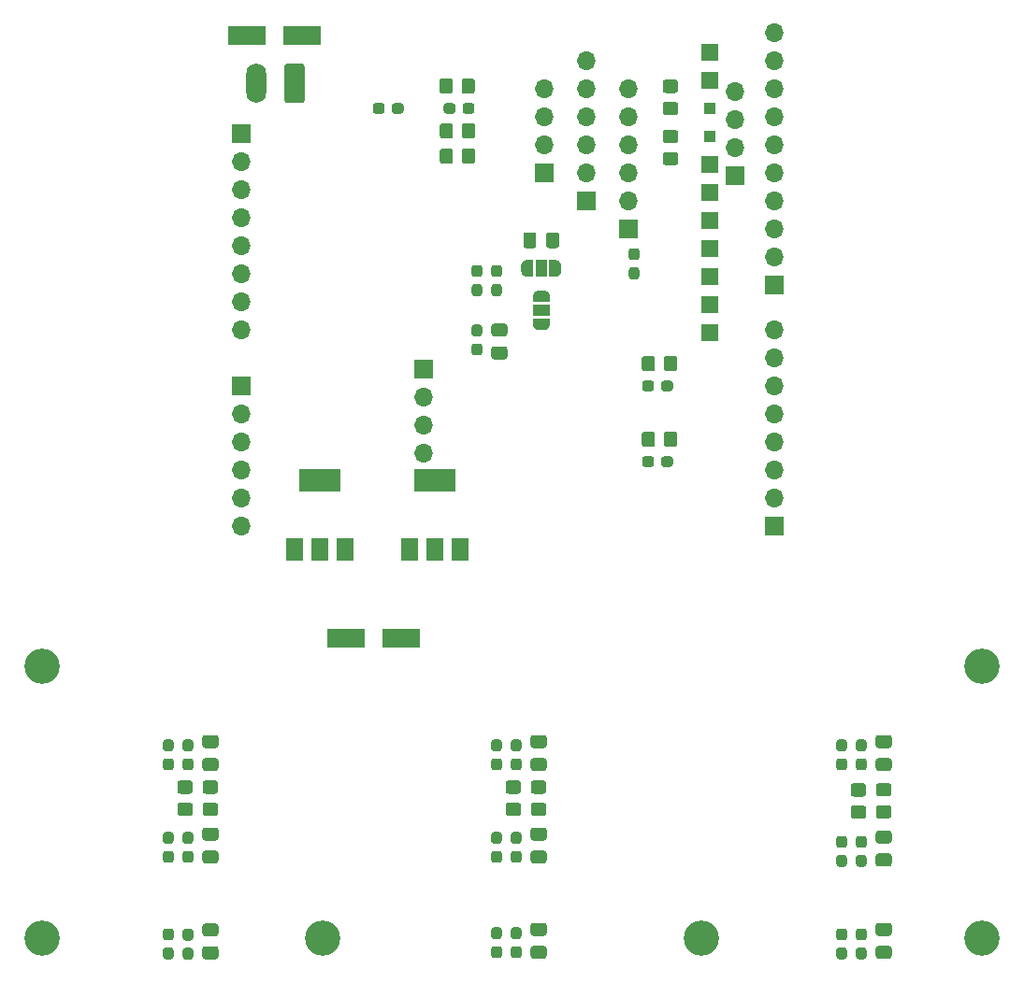
<source format=gbr>
%TF.GenerationSoftware,KiCad,Pcbnew,(5.1.10)-1*%
%TF.CreationDate,2022-02-25T11:21:27+01:00*%
%TF.ProjectId,GestureControl,47657374-7572-4654-936f-6e74726f6c2e,V0.1*%
%TF.SameCoordinates,Original*%
%TF.FileFunction,Soldermask,Bot*%
%TF.FilePolarity,Negative*%
%FSLAX46Y46*%
G04 Gerber Fmt 4.6, Leading zero omitted, Abs format (unit mm)*
G04 Created by KiCad (PCBNEW (5.1.10)-1) date 2022-02-25 11:21:27*
%MOMM*%
%LPD*%
G01*
G04 APERTURE LIST*
%ADD10C,3.200000*%
%ADD11O,1.700000X1.700000*%
%ADD12R,1.700000X1.700000*%
%ADD13R,1.500000X2.000000*%
%ADD14R,3.800000X2.000000*%
%ADD15R,1.000000X1.000000*%
%ADD16R,1.000000X1.500000*%
%ADD17C,0.100000*%
%ADD18R,1.500000X1.000000*%
%ADD19R,1.500000X1.500000*%
%ADD20O,1.800000X3.600000*%
%ADD21R,3.500000X1.800000*%
G04 APERTURE END LIST*
%TO.C,C52*%
G36*
G01*
X116856500Y-128875500D02*
X117331500Y-128875500D01*
G75*
G02*
X117569000Y-129113000I0J-237500D01*
G01*
X117569000Y-129713000D01*
G75*
G02*
X117331500Y-129950500I-237500J0D01*
G01*
X116856500Y-129950500D01*
G75*
G02*
X116619000Y-129713000I0J237500D01*
G01*
X116619000Y-129113000D01*
G75*
G02*
X116856500Y-128875500I237500J0D01*
G01*
G37*
G36*
G01*
X116856500Y-127150500D02*
X117331500Y-127150500D01*
G75*
G02*
X117569000Y-127388000I0J-237500D01*
G01*
X117569000Y-127988000D01*
G75*
G02*
X117331500Y-128225500I-237500J0D01*
G01*
X116856500Y-128225500D01*
G75*
G02*
X116619000Y-127988000I0J237500D01*
G01*
X116619000Y-127388000D01*
G75*
G02*
X116856500Y-127150500I237500J0D01*
G01*
G37*
%TD*%
%TO.C,C51*%
G36*
G01*
X116856500Y-111730500D02*
X117331500Y-111730500D01*
G75*
G02*
X117569000Y-111968000I0J-237500D01*
G01*
X117569000Y-112568000D01*
G75*
G02*
X117331500Y-112805500I-237500J0D01*
G01*
X116856500Y-112805500D01*
G75*
G02*
X116619000Y-112568000I0J237500D01*
G01*
X116619000Y-111968000D01*
G75*
G02*
X116856500Y-111730500I237500J0D01*
G01*
G37*
G36*
G01*
X116856500Y-110005500D02*
X117331500Y-110005500D01*
G75*
G02*
X117569000Y-110243000I0J-237500D01*
G01*
X117569000Y-110843000D01*
G75*
G02*
X117331500Y-111080500I-237500J0D01*
G01*
X116856500Y-111080500D01*
G75*
G02*
X116619000Y-110843000I0J237500D01*
G01*
X116619000Y-110243000D01*
G75*
G02*
X116856500Y-110005500I237500J0D01*
G01*
G37*
%TD*%
%TO.C,C50*%
G36*
G01*
X176038500Y-128849000D02*
X176513500Y-128849000D01*
G75*
G02*
X176751000Y-129086500I0J-237500D01*
G01*
X176751000Y-129686500D01*
G75*
G02*
X176513500Y-129924000I-237500J0D01*
G01*
X176038500Y-129924000D01*
G75*
G02*
X175801000Y-129686500I0J237500D01*
G01*
X175801000Y-129086500D01*
G75*
G02*
X176038500Y-128849000I237500J0D01*
G01*
G37*
G36*
G01*
X176038500Y-127124000D02*
X176513500Y-127124000D01*
G75*
G02*
X176751000Y-127361500I0J-237500D01*
G01*
X176751000Y-127961500D01*
G75*
G02*
X176513500Y-128199000I-237500J0D01*
G01*
X176038500Y-128199000D01*
G75*
G02*
X175801000Y-127961500I0J237500D01*
G01*
X175801000Y-127361500D01*
G75*
G02*
X176038500Y-127124000I237500J0D01*
G01*
G37*
%TD*%
%TO.C,C49*%
G36*
G01*
X177816500Y-111730500D02*
X178291500Y-111730500D01*
G75*
G02*
X178529000Y-111968000I0J-237500D01*
G01*
X178529000Y-112568000D01*
G75*
G02*
X178291500Y-112805500I-237500J0D01*
G01*
X177816500Y-112805500D01*
G75*
G02*
X177579000Y-112568000I0J237500D01*
G01*
X177579000Y-111968000D01*
G75*
G02*
X177816500Y-111730500I237500J0D01*
G01*
G37*
G36*
G01*
X177816500Y-110005500D02*
X178291500Y-110005500D01*
G75*
G02*
X178529000Y-110243000I0J-237500D01*
G01*
X178529000Y-110843000D01*
G75*
G02*
X178291500Y-111080500I-237500J0D01*
G01*
X177816500Y-111080500D01*
G75*
G02*
X177579000Y-110843000I0J237500D01*
G01*
X177579000Y-110243000D01*
G75*
G02*
X177816500Y-110005500I237500J0D01*
G01*
G37*
%TD*%
%TO.C,C48*%
G36*
G01*
X144796500Y-128748500D02*
X145271500Y-128748500D01*
G75*
G02*
X145509000Y-128986000I0J-237500D01*
G01*
X145509000Y-129586000D01*
G75*
G02*
X145271500Y-129823500I-237500J0D01*
G01*
X144796500Y-129823500D01*
G75*
G02*
X144559000Y-129586000I0J237500D01*
G01*
X144559000Y-128986000D01*
G75*
G02*
X144796500Y-128748500I237500J0D01*
G01*
G37*
G36*
G01*
X144796500Y-127023500D02*
X145271500Y-127023500D01*
G75*
G02*
X145509000Y-127261000I0J-237500D01*
G01*
X145509000Y-127861000D01*
G75*
G02*
X145271500Y-128098500I-237500J0D01*
G01*
X144796500Y-128098500D01*
G75*
G02*
X144559000Y-127861000I0J237500D01*
G01*
X144559000Y-127261000D01*
G75*
G02*
X144796500Y-127023500I237500J0D01*
G01*
G37*
%TD*%
%TO.C,C47*%
G36*
G01*
X144796500Y-111730500D02*
X145271500Y-111730500D01*
G75*
G02*
X145509000Y-111968000I0J-237500D01*
G01*
X145509000Y-112568000D01*
G75*
G02*
X145271500Y-112805500I-237500J0D01*
G01*
X144796500Y-112805500D01*
G75*
G02*
X144559000Y-112568000I0J237500D01*
G01*
X144559000Y-111968000D01*
G75*
G02*
X144796500Y-111730500I237500J0D01*
G01*
G37*
G36*
G01*
X144796500Y-110005500D02*
X145271500Y-110005500D01*
G75*
G02*
X145509000Y-110243000I0J-237500D01*
G01*
X145509000Y-110843000D01*
G75*
G02*
X145271500Y-111080500I-237500J0D01*
G01*
X144796500Y-111080500D01*
G75*
G02*
X144559000Y-110843000I0J237500D01*
G01*
X144559000Y-110243000D01*
G75*
G02*
X144796500Y-110005500I237500J0D01*
G01*
G37*
%TD*%
%TO.C,C46*%
G36*
G01*
X118651000Y-111680500D02*
X119601000Y-111680500D01*
G75*
G02*
X119851000Y-111930500I0J-250000D01*
G01*
X119851000Y-112605500D01*
G75*
G02*
X119601000Y-112855500I-250000J0D01*
G01*
X118651000Y-112855500D01*
G75*
G02*
X118401000Y-112605500I0J250000D01*
G01*
X118401000Y-111930500D01*
G75*
G02*
X118651000Y-111680500I250000J0D01*
G01*
G37*
G36*
G01*
X118651000Y-109605500D02*
X119601000Y-109605500D01*
G75*
G02*
X119851000Y-109855500I0J-250000D01*
G01*
X119851000Y-110530500D01*
G75*
G02*
X119601000Y-110780500I-250000J0D01*
G01*
X118651000Y-110780500D01*
G75*
G02*
X118401000Y-110530500I0J250000D01*
G01*
X118401000Y-109855500D01*
G75*
G02*
X118651000Y-109605500I250000J0D01*
G01*
G37*
%TD*%
%TO.C,C45*%
G36*
G01*
X118651000Y-128741500D02*
X119601000Y-128741500D01*
G75*
G02*
X119851000Y-128991500I0J-250000D01*
G01*
X119851000Y-129666500D01*
G75*
G02*
X119601000Y-129916500I-250000J0D01*
G01*
X118651000Y-129916500D01*
G75*
G02*
X118401000Y-129666500I0J250000D01*
G01*
X118401000Y-128991500D01*
G75*
G02*
X118651000Y-128741500I250000J0D01*
G01*
G37*
G36*
G01*
X118651000Y-126666500D02*
X119601000Y-126666500D01*
G75*
G02*
X119851000Y-126916500I0J-250000D01*
G01*
X119851000Y-127591500D01*
G75*
G02*
X119601000Y-127841500I-250000J0D01*
G01*
X118651000Y-127841500D01*
G75*
G02*
X118401000Y-127591500I0J250000D01*
G01*
X118401000Y-126916500D01*
G75*
G02*
X118651000Y-126666500I250000J0D01*
G01*
G37*
%TD*%
%TO.C,C44*%
G36*
G01*
X115078500Y-111730500D02*
X115553500Y-111730500D01*
G75*
G02*
X115791000Y-111968000I0J-237500D01*
G01*
X115791000Y-112568000D01*
G75*
G02*
X115553500Y-112805500I-237500J0D01*
G01*
X115078500Y-112805500D01*
G75*
G02*
X114841000Y-112568000I0J237500D01*
G01*
X114841000Y-111968000D01*
G75*
G02*
X115078500Y-111730500I237500J0D01*
G01*
G37*
G36*
G01*
X115078500Y-110005500D02*
X115553500Y-110005500D01*
G75*
G02*
X115791000Y-110243000I0J-237500D01*
G01*
X115791000Y-110843000D01*
G75*
G02*
X115553500Y-111080500I-237500J0D01*
G01*
X115078500Y-111080500D01*
G75*
G02*
X114841000Y-110843000I0J237500D01*
G01*
X114841000Y-110243000D01*
G75*
G02*
X115078500Y-110005500I237500J0D01*
G01*
G37*
%TD*%
%TO.C,C43*%
G36*
G01*
X115078500Y-128849000D02*
X115553500Y-128849000D01*
G75*
G02*
X115791000Y-129086500I0J-237500D01*
G01*
X115791000Y-129686500D01*
G75*
G02*
X115553500Y-129924000I-237500J0D01*
G01*
X115078500Y-129924000D01*
G75*
G02*
X114841000Y-129686500I0J237500D01*
G01*
X114841000Y-129086500D01*
G75*
G02*
X115078500Y-128849000I237500J0D01*
G01*
G37*
G36*
G01*
X115078500Y-127124000D02*
X115553500Y-127124000D01*
G75*
G02*
X115791000Y-127361500I0J-237500D01*
G01*
X115791000Y-127961500D01*
G75*
G02*
X115553500Y-128199000I-237500J0D01*
G01*
X115078500Y-128199000D01*
G75*
G02*
X114841000Y-127961500I0J237500D01*
G01*
X114841000Y-127361500D01*
G75*
G02*
X115078500Y-127124000I237500J0D01*
G01*
G37*
%TD*%
%TO.C,C42*%
G36*
G01*
X179611000Y-111680500D02*
X180561000Y-111680500D01*
G75*
G02*
X180811000Y-111930500I0J-250000D01*
G01*
X180811000Y-112605500D01*
G75*
G02*
X180561000Y-112855500I-250000J0D01*
G01*
X179611000Y-112855500D01*
G75*
G02*
X179361000Y-112605500I0J250000D01*
G01*
X179361000Y-111930500D01*
G75*
G02*
X179611000Y-111680500I250000J0D01*
G01*
G37*
G36*
G01*
X179611000Y-109605500D02*
X180561000Y-109605500D01*
G75*
G02*
X180811000Y-109855500I0J-250000D01*
G01*
X180811000Y-110530500D01*
G75*
G02*
X180561000Y-110780500I-250000J0D01*
G01*
X179611000Y-110780500D01*
G75*
G02*
X179361000Y-110530500I0J250000D01*
G01*
X179361000Y-109855500D01*
G75*
G02*
X179611000Y-109605500I250000J0D01*
G01*
G37*
%TD*%
%TO.C,C41*%
G36*
G01*
X179611000Y-128698500D02*
X180561000Y-128698500D01*
G75*
G02*
X180811000Y-128948500I0J-250000D01*
G01*
X180811000Y-129623500D01*
G75*
G02*
X180561000Y-129873500I-250000J0D01*
G01*
X179611000Y-129873500D01*
G75*
G02*
X179361000Y-129623500I0J250000D01*
G01*
X179361000Y-128948500D01*
G75*
G02*
X179611000Y-128698500I250000J0D01*
G01*
G37*
G36*
G01*
X179611000Y-126623500D02*
X180561000Y-126623500D01*
G75*
G02*
X180811000Y-126873500I0J-250000D01*
G01*
X180811000Y-127548500D01*
G75*
G02*
X180561000Y-127798500I-250000J0D01*
G01*
X179611000Y-127798500D01*
G75*
G02*
X179361000Y-127548500I0J250000D01*
G01*
X179361000Y-126873500D01*
G75*
G02*
X179611000Y-126623500I250000J0D01*
G01*
G37*
%TD*%
%TO.C,C40*%
G36*
G01*
X176038500Y-111730500D02*
X176513500Y-111730500D01*
G75*
G02*
X176751000Y-111968000I0J-237500D01*
G01*
X176751000Y-112568000D01*
G75*
G02*
X176513500Y-112805500I-237500J0D01*
G01*
X176038500Y-112805500D01*
G75*
G02*
X175801000Y-112568000I0J237500D01*
G01*
X175801000Y-111968000D01*
G75*
G02*
X176038500Y-111730500I237500J0D01*
G01*
G37*
G36*
G01*
X176038500Y-110005500D02*
X176513500Y-110005500D01*
G75*
G02*
X176751000Y-110243000I0J-237500D01*
G01*
X176751000Y-110843000D01*
G75*
G02*
X176513500Y-111080500I-237500J0D01*
G01*
X176038500Y-111080500D01*
G75*
G02*
X175801000Y-110843000I0J237500D01*
G01*
X175801000Y-110243000D01*
G75*
G02*
X176038500Y-110005500I237500J0D01*
G01*
G37*
%TD*%
%TO.C,C39*%
G36*
G01*
X177816500Y-128849000D02*
X178291500Y-128849000D01*
G75*
G02*
X178529000Y-129086500I0J-237500D01*
G01*
X178529000Y-129686500D01*
G75*
G02*
X178291500Y-129924000I-237500J0D01*
G01*
X177816500Y-129924000D01*
G75*
G02*
X177579000Y-129686500I0J237500D01*
G01*
X177579000Y-129086500D01*
G75*
G02*
X177816500Y-128849000I237500J0D01*
G01*
G37*
G36*
G01*
X177816500Y-127124000D02*
X178291500Y-127124000D01*
G75*
G02*
X178529000Y-127361500I0J-237500D01*
G01*
X178529000Y-127961500D01*
G75*
G02*
X178291500Y-128199000I-237500J0D01*
G01*
X177816500Y-128199000D01*
G75*
G02*
X177579000Y-127961500I0J237500D01*
G01*
X177579000Y-127361500D01*
G75*
G02*
X177816500Y-127124000I237500J0D01*
G01*
G37*
%TD*%
%TO.C,C38*%
G36*
G01*
X148369000Y-128698500D02*
X149319000Y-128698500D01*
G75*
G02*
X149569000Y-128948500I0J-250000D01*
G01*
X149569000Y-129623500D01*
G75*
G02*
X149319000Y-129873500I-250000J0D01*
G01*
X148369000Y-129873500D01*
G75*
G02*
X148119000Y-129623500I0J250000D01*
G01*
X148119000Y-128948500D01*
G75*
G02*
X148369000Y-128698500I250000J0D01*
G01*
G37*
G36*
G01*
X148369000Y-126623500D02*
X149319000Y-126623500D01*
G75*
G02*
X149569000Y-126873500I0J-250000D01*
G01*
X149569000Y-127548500D01*
G75*
G02*
X149319000Y-127798500I-250000J0D01*
G01*
X148369000Y-127798500D01*
G75*
G02*
X148119000Y-127548500I0J250000D01*
G01*
X148119000Y-126873500D01*
G75*
G02*
X148369000Y-126623500I250000J0D01*
G01*
G37*
%TD*%
%TO.C,C37*%
G36*
G01*
X148369000Y-111680500D02*
X149319000Y-111680500D01*
G75*
G02*
X149569000Y-111930500I0J-250000D01*
G01*
X149569000Y-112605500D01*
G75*
G02*
X149319000Y-112855500I-250000J0D01*
G01*
X148369000Y-112855500D01*
G75*
G02*
X148119000Y-112605500I0J250000D01*
G01*
X148119000Y-111930500D01*
G75*
G02*
X148369000Y-111680500I250000J0D01*
G01*
G37*
G36*
G01*
X148369000Y-109605500D02*
X149319000Y-109605500D01*
G75*
G02*
X149569000Y-109855500I0J-250000D01*
G01*
X149569000Y-110530500D01*
G75*
G02*
X149319000Y-110780500I-250000J0D01*
G01*
X148369000Y-110780500D01*
G75*
G02*
X148119000Y-110530500I0J250000D01*
G01*
X148119000Y-109855500D01*
G75*
G02*
X148369000Y-109605500I250000J0D01*
G01*
G37*
%TD*%
%TO.C,C36*%
G36*
G01*
X146574500Y-128748500D02*
X147049500Y-128748500D01*
G75*
G02*
X147287000Y-128986000I0J-237500D01*
G01*
X147287000Y-129586000D01*
G75*
G02*
X147049500Y-129823500I-237500J0D01*
G01*
X146574500Y-129823500D01*
G75*
G02*
X146337000Y-129586000I0J237500D01*
G01*
X146337000Y-128986000D01*
G75*
G02*
X146574500Y-128748500I237500J0D01*
G01*
G37*
G36*
G01*
X146574500Y-127023500D02*
X147049500Y-127023500D01*
G75*
G02*
X147287000Y-127261000I0J-237500D01*
G01*
X147287000Y-127861000D01*
G75*
G02*
X147049500Y-128098500I-237500J0D01*
G01*
X146574500Y-128098500D01*
G75*
G02*
X146337000Y-127861000I0J237500D01*
G01*
X146337000Y-127261000D01*
G75*
G02*
X146574500Y-127023500I237500J0D01*
G01*
G37*
%TD*%
%TO.C,C35*%
G36*
G01*
X146574500Y-111730500D02*
X147049500Y-111730500D01*
G75*
G02*
X147287000Y-111968000I0J-237500D01*
G01*
X147287000Y-112568000D01*
G75*
G02*
X147049500Y-112805500I-237500J0D01*
G01*
X146574500Y-112805500D01*
G75*
G02*
X146337000Y-112568000I0J237500D01*
G01*
X146337000Y-111968000D01*
G75*
G02*
X146574500Y-111730500I237500J0D01*
G01*
G37*
G36*
G01*
X146574500Y-110005500D02*
X147049500Y-110005500D01*
G75*
G02*
X147287000Y-110243000I0J-237500D01*
G01*
X147287000Y-110843000D01*
G75*
G02*
X147049500Y-111080500I-237500J0D01*
G01*
X146574500Y-111080500D01*
G75*
G02*
X146337000Y-110843000I0J237500D01*
G01*
X146337000Y-110243000D01*
G75*
G02*
X146574500Y-110005500I237500J0D01*
G01*
G37*
%TD*%
D10*
%TO.C,H5*%
X189013000Y-128016000D03*
%TD*%
D11*
%TO.C,J8*%
X153162000Y-48514000D03*
X153162000Y-51054000D03*
X153162000Y-53594000D03*
X153162000Y-56134000D03*
X153162000Y-58674000D03*
D12*
X153162000Y-61214000D03*
%TD*%
%TO.C,C10*%
G36*
G01*
X148369000Y-120062500D02*
X149319000Y-120062500D01*
G75*
G02*
X149569000Y-120312500I0J-250000D01*
G01*
X149569000Y-120987500D01*
G75*
G02*
X149319000Y-121237500I-250000J0D01*
G01*
X148369000Y-121237500D01*
G75*
G02*
X148119000Y-120987500I0J250000D01*
G01*
X148119000Y-120312500D01*
G75*
G02*
X148369000Y-120062500I250000J0D01*
G01*
G37*
G36*
G01*
X148369000Y-117987500D02*
X149319000Y-117987500D01*
G75*
G02*
X149569000Y-118237500I0J-250000D01*
G01*
X149569000Y-118912500D01*
G75*
G02*
X149319000Y-119162500I-250000J0D01*
G01*
X148369000Y-119162500D01*
G75*
G02*
X148119000Y-118912500I0J250000D01*
G01*
X148119000Y-118237500D01*
G75*
G02*
X148369000Y-117987500I250000J0D01*
G01*
G37*
%TD*%
D11*
%TO.C,J10*%
X166624000Y-51308000D03*
X166624000Y-53848000D03*
X166624000Y-56388000D03*
D12*
X166624000Y-58928000D03*
%TD*%
D11*
%TO.C,J7*%
X156972000Y-51054000D03*
X156972000Y-53594000D03*
X156972000Y-56134000D03*
X156972000Y-58674000D03*
X156972000Y-61214000D03*
D12*
X156972000Y-63754000D03*
%TD*%
D13*
%TO.C,U2*%
X131332000Y-92812000D03*
X126732000Y-92812000D03*
X129032000Y-92812000D03*
D14*
X129032000Y-86512000D03*
%TD*%
D13*
%TO.C,U1*%
X141746000Y-92812000D03*
X137146000Y-92812000D03*
X139446000Y-92812000D03*
D14*
X139446000Y-86512000D03*
%TD*%
D15*
%TO.C,TP2*%
X164338000Y-52832000D03*
%TD*%
%TO.C,TP1*%
X164338000Y-55372000D03*
%TD*%
%TO.C,R22*%
G36*
G01*
X160331999Y-52232000D02*
X161232001Y-52232000D01*
G75*
G02*
X161482000Y-52481999I0J-249999D01*
G01*
X161482000Y-53182001D01*
G75*
G02*
X161232001Y-53432000I-249999J0D01*
G01*
X160331999Y-53432000D01*
G75*
G02*
X160082000Y-53182001I0J249999D01*
G01*
X160082000Y-52481999D01*
G75*
G02*
X160331999Y-52232000I249999J0D01*
G01*
G37*
G36*
G01*
X160331999Y-50232000D02*
X161232001Y-50232000D01*
G75*
G02*
X161482000Y-50481999I0J-249999D01*
G01*
X161482000Y-51182001D01*
G75*
G02*
X161232001Y-51432000I-249999J0D01*
G01*
X160331999Y-51432000D01*
G75*
G02*
X160082000Y-51182001I0J249999D01*
G01*
X160082000Y-50481999D01*
G75*
G02*
X160331999Y-50232000I249999J0D01*
G01*
G37*
%TD*%
%TO.C,R21*%
G36*
G01*
X161232001Y-55972000D02*
X160331999Y-55972000D01*
G75*
G02*
X160082000Y-55722001I0J249999D01*
G01*
X160082000Y-55021999D01*
G75*
G02*
X160331999Y-54772000I249999J0D01*
G01*
X161232001Y-54772000D01*
G75*
G02*
X161482000Y-55021999I0J-249999D01*
G01*
X161482000Y-55722001D01*
G75*
G02*
X161232001Y-55972000I-249999J0D01*
G01*
G37*
G36*
G01*
X161232001Y-57972000D02*
X160331999Y-57972000D01*
G75*
G02*
X160082000Y-57722001I0J249999D01*
G01*
X160082000Y-57021999D01*
G75*
G02*
X160331999Y-56772000I249999J0D01*
G01*
X161232001Y-56772000D01*
G75*
G02*
X161482000Y-57021999I0J-249999D01*
G01*
X161482000Y-57722001D01*
G75*
G02*
X161232001Y-57972000I-249999J0D01*
G01*
G37*
%TD*%
%TO.C,R20*%
G36*
G01*
X141062000Y-50349999D02*
X141062000Y-51250001D01*
G75*
G02*
X140812001Y-51500000I-249999J0D01*
G01*
X140111999Y-51500000D01*
G75*
G02*
X139862000Y-51250001I0J249999D01*
G01*
X139862000Y-50349999D01*
G75*
G02*
X140111999Y-50100000I249999J0D01*
G01*
X140812001Y-50100000D01*
G75*
G02*
X141062000Y-50349999I0J-249999D01*
G01*
G37*
G36*
G01*
X143062000Y-50349999D02*
X143062000Y-51250001D01*
G75*
G02*
X142812001Y-51500000I-249999J0D01*
G01*
X142111999Y-51500000D01*
G75*
G02*
X141862000Y-51250001I0J249999D01*
G01*
X141862000Y-50349999D01*
G75*
G02*
X142111999Y-50100000I249999J0D01*
G01*
X142812001Y-50100000D01*
G75*
G02*
X143062000Y-50349999I0J-249999D01*
G01*
G37*
%TD*%
%TO.C,R11*%
G36*
G01*
X141894000Y-55314001D02*
X141894000Y-54413999D01*
G75*
G02*
X142143999Y-54164000I249999J0D01*
G01*
X142844001Y-54164000D01*
G75*
G02*
X143094000Y-54413999I0J-249999D01*
G01*
X143094000Y-55314001D01*
G75*
G02*
X142844001Y-55564000I-249999J0D01*
G01*
X142143999Y-55564000D01*
G75*
G02*
X141894000Y-55314001I0J249999D01*
G01*
G37*
G36*
G01*
X139894000Y-55314001D02*
X139894000Y-54413999D01*
G75*
G02*
X140143999Y-54164000I249999J0D01*
G01*
X140844001Y-54164000D01*
G75*
G02*
X141094000Y-54413999I0J-249999D01*
G01*
X141094000Y-55314001D01*
G75*
G02*
X140844001Y-55564000I-249999J0D01*
G01*
X140143999Y-55564000D01*
G75*
G02*
X139894000Y-55314001I0J249999D01*
G01*
G37*
%TD*%
%TO.C,R10*%
G36*
G01*
X141894000Y-57600001D02*
X141894000Y-56699999D01*
G75*
G02*
X142143999Y-56450000I249999J0D01*
G01*
X142844001Y-56450000D01*
G75*
G02*
X143094000Y-56699999I0J-249999D01*
G01*
X143094000Y-57600001D01*
G75*
G02*
X142844001Y-57850000I-249999J0D01*
G01*
X142143999Y-57850000D01*
G75*
G02*
X141894000Y-57600001I0J249999D01*
G01*
G37*
G36*
G01*
X139894000Y-57600001D02*
X139894000Y-56699999D01*
G75*
G02*
X140143999Y-56450000I249999J0D01*
G01*
X140844001Y-56450000D01*
G75*
G02*
X141094000Y-56699999I0J-249999D01*
G01*
X141094000Y-57600001D01*
G75*
G02*
X140844001Y-57850000I-249999J0D01*
G01*
X140143999Y-57850000D01*
G75*
G02*
X139894000Y-57600001I0J249999D01*
G01*
G37*
%TD*%
%TO.C,R9*%
G36*
G01*
X160182000Y-76396001D02*
X160182000Y-75495999D01*
G75*
G02*
X160431999Y-75246000I249999J0D01*
G01*
X161132001Y-75246000D01*
G75*
G02*
X161382000Y-75495999I0J-249999D01*
G01*
X161382000Y-76396001D01*
G75*
G02*
X161132001Y-76646000I-249999J0D01*
G01*
X160431999Y-76646000D01*
G75*
G02*
X160182000Y-76396001I0J249999D01*
G01*
G37*
G36*
G01*
X158182000Y-76396001D02*
X158182000Y-75495999D01*
G75*
G02*
X158431999Y-75246000I249999J0D01*
G01*
X159132001Y-75246000D01*
G75*
G02*
X159382000Y-75495999I0J-249999D01*
G01*
X159382000Y-76396001D01*
G75*
G02*
X159132001Y-76646000I-249999J0D01*
G01*
X158431999Y-76646000D01*
G75*
G02*
X158182000Y-76396001I0J249999D01*
G01*
G37*
%TD*%
%TO.C,R8*%
G36*
G01*
X160182000Y-83254001D02*
X160182000Y-82353999D01*
G75*
G02*
X160431999Y-82104000I249999J0D01*
G01*
X161132001Y-82104000D01*
G75*
G02*
X161382000Y-82353999I0J-249999D01*
G01*
X161382000Y-83254001D01*
G75*
G02*
X161132001Y-83504000I-249999J0D01*
G01*
X160431999Y-83504000D01*
G75*
G02*
X160182000Y-83254001I0J249999D01*
G01*
G37*
G36*
G01*
X158182000Y-83254001D02*
X158182000Y-82353999D01*
G75*
G02*
X158431999Y-82104000I249999J0D01*
G01*
X159132001Y-82104000D01*
G75*
G02*
X159382000Y-82353999I0J-249999D01*
G01*
X159382000Y-83254001D01*
G75*
G02*
X159132001Y-83504000I-249999J0D01*
G01*
X158431999Y-83504000D01*
G75*
G02*
X158182000Y-83254001I0J249999D01*
G01*
G37*
%TD*%
D16*
%TO.C,JP3*%
X149068000Y-67310000D03*
D17*
G36*
X150368000Y-66560602D02*
G01*
X150392534Y-66560602D01*
X150441365Y-66565412D01*
X150489490Y-66574984D01*
X150536445Y-66589228D01*
X150581778Y-66608005D01*
X150625051Y-66631136D01*
X150665850Y-66658396D01*
X150703779Y-66689524D01*
X150738476Y-66724221D01*
X150769604Y-66762150D01*
X150796864Y-66802949D01*
X150819995Y-66846222D01*
X150838772Y-66891555D01*
X150853016Y-66938510D01*
X150862588Y-66986635D01*
X150867398Y-67035466D01*
X150867398Y-67060000D01*
X150868000Y-67060000D01*
X150868000Y-67560000D01*
X150867398Y-67560000D01*
X150867398Y-67584534D01*
X150862588Y-67633365D01*
X150853016Y-67681490D01*
X150838772Y-67728445D01*
X150819995Y-67773778D01*
X150796864Y-67817051D01*
X150769604Y-67857850D01*
X150738476Y-67895779D01*
X150703779Y-67930476D01*
X150665850Y-67961604D01*
X150625051Y-67988864D01*
X150581778Y-68011995D01*
X150536445Y-68030772D01*
X150489490Y-68045016D01*
X150441365Y-68054588D01*
X150392534Y-68059398D01*
X150368000Y-68059398D01*
X150368000Y-68060000D01*
X149818000Y-68060000D01*
X149818000Y-66560000D01*
X150368000Y-66560000D01*
X150368000Y-66560602D01*
G37*
G36*
X148318000Y-68060000D02*
G01*
X147768000Y-68060000D01*
X147768000Y-68059398D01*
X147743466Y-68059398D01*
X147694635Y-68054588D01*
X147646510Y-68045016D01*
X147599555Y-68030772D01*
X147554222Y-68011995D01*
X147510949Y-67988864D01*
X147470150Y-67961604D01*
X147432221Y-67930476D01*
X147397524Y-67895779D01*
X147366396Y-67857850D01*
X147339136Y-67817051D01*
X147316005Y-67773778D01*
X147297228Y-67728445D01*
X147282984Y-67681490D01*
X147273412Y-67633365D01*
X147268602Y-67584534D01*
X147268602Y-67560000D01*
X147268000Y-67560000D01*
X147268000Y-67060000D01*
X147268602Y-67060000D01*
X147268602Y-67035466D01*
X147273412Y-66986635D01*
X147282984Y-66938510D01*
X147297228Y-66891555D01*
X147316005Y-66846222D01*
X147339136Y-66802949D01*
X147366396Y-66762150D01*
X147397524Y-66724221D01*
X147432221Y-66689524D01*
X147470150Y-66658396D01*
X147510949Y-66631136D01*
X147554222Y-66608005D01*
X147599555Y-66589228D01*
X147646510Y-66574984D01*
X147694635Y-66565412D01*
X147743466Y-66560602D01*
X147768000Y-66560602D01*
X147768000Y-66560000D01*
X148318000Y-66560000D01*
X148318000Y-68060000D01*
G37*
%TD*%
D18*
%TO.C,JP2*%
X149098000Y-71120000D03*
D17*
G36*
X148348602Y-69820000D02*
G01*
X148348602Y-69795466D01*
X148353412Y-69746635D01*
X148362984Y-69698510D01*
X148377228Y-69651555D01*
X148396005Y-69606222D01*
X148419136Y-69562949D01*
X148446396Y-69522150D01*
X148477524Y-69484221D01*
X148512221Y-69449524D01*
X148550150Y-69418396D01*
X148590949Y-69391136D01*
X148634222Y-69368005D01*
X148679555Y-69349228D01*
X148726510Y-69334984D01*
X148774635Y-69325412D01*
X148823466Y-69320602D01*
X148848000Y-69320602D01*
X148848000Y-69320000D01*
X149348000Y-69320000D01*
X149348000Y-69320602D01*
X149372534Y-69320602D01*
X149421365Y-69325412D01*
X149469490Y-69334984D01*
X149516445Y-69349228D01*
X149561778Y-69368005D01*
X149605051Y-69391136D01*
X149645850Y-69418396D01*
X149683779Y-69449524D01*
X149718476Y-69484221D01*
X149749604Y-69522150D01*
X149776864Y-69562949D01*
X149799995Y-69606222D01*
X149818772Y-69651555D01*
X149833016Y-69698510D01*
X149842588Y-69746635D01*
X149847398Y-69795466D01*
X149847398Y-69820000D01*
X149848000Y-69820000D01*
X149848000Y-70370000D01*
X148348000Y-70370000D01*
X148348000Y-69820000D01*
X148348602Y-69820000D01*
G37*
G36*
X149848000Y-71870000D02*
G01*
X149848000Y-72420000D01*
X149847398Y-72420000D01*
X149847398Y-72444534D01*
X149842588Y-72493365D01*
X149833016Y-72541490D01*
X149818772Y-72588445D01*
X149799995Y-72633778D01*
X149776864Y-72677051D01*
X149749604Y-72717850D01*
X149718476Y-72755779D01*
X149683779Y-72790476D01*
X149645850Y-72821604D01*
X149605051Y-72848864D01*
X149561778Y-72871995D01*
X149516445Y-72890772D01*
X149469490Y-72905016D01*
X149421365Y-72914588D01*
X149372534Y-72919398D01*
X149348000Y-72919398D01*
X149348000Y-72920000D01*
X148848000Y-72920000D01*
X148848000Y-72919398D01*
X148823466Y-72919398D01*
X148774635Y-72914588D01*
X148726510Y-72905016D01*
X148679555Y-72890772D01*
X148634222Y-72871995D01*
X148590949Y-72848864D01*
X148550150Y-72821604D01*
X148512221Y-72790476D01*
X148477524Y-72755779D01*
X148446396Y-72717850D01*
X148419136Y-72677051D01*
X148396005Y-72633778D01*
X148377228Y-72588445D01*
X148362984Y-72541490D01*
X148353412Y-72493365D01*
X148348602Y-72444534D01*
X148348602Y-72420000D01*
X148348000Y-72420000D01*
X148348000Y-71870000D01*
X149848000Y-71870000D01*
G37*
%TD*%
D19*
%TO.C,J19*%
X164338000Y-47752000D03*
%TD*%
%TO.C,J18*%
X164338000Y-50292000D03*
%TD*%
%TO.C,J17*%
X164338000Y-57912000D03*
%TD*%
%TO.C,J16*%
X164338000Y-60452000D03*
%TD*%
%TO.C,J15*%
X164338000Y-62992000D03*
%TD*%
%TO.C,J14*%
X164338000Y-65532000D03*
%TD*%
%TO.C,J13*%
X164338000Y-68072000D03*
%TD*%
%TO.C,J12*%
X164338000Y-70612000D03*
%TD*%
%TO.C,J11*%
X164338000Y-73152000D03*
%TD*%
D11*
%TO.C,J9*%
X138430000Y-84074000D03*
X138430000Y-81534000D03*
X138430000Y-78994000D03*
D12*
X138430000Y-76454000D03*
%TD*%
D20*
%TO.C,J2*%
X123246000Y-50546000D03*
G36*
G01*
X127646000Y-48996000D02*
X127646000Y-52096000D01*
G75*
G02*
X127396000Y-52346000I-250000J0D01*
G01*
X126096000Y-52346000D01*
G75*
G02*
X125846000Y-52096000I0J250000D01*
G01*
X125846000Y-48996000D01*
G75*
G02*
X126096000Y-48746000I250000J0D01*
G01*
X127396000Y-48746000D01*
G75*
G02*
X127646000Y-48996000I0J-250000D01*
G01*
G37*
%TD*%
D11*
%TO.C,J1*%
X149352000Y-51054000D03*
X149352000Y-53594000D03*
X149352000Y-56134000D03*
D12*
X149352000Y-58674000D03*
%TD*%
D10*
%TO.C,H4*%
X103886000Y-103378000D03*
%TD*%
%TO.C,H1*%
X188976000Y-103378000D03*
%TD*%
D21*
%TO.C,D7*%
X131398000Y-100838000D03*
X136398000Y-100838000D03*
%TD*%
%TO.C,D6*%
X122428000Y-46228000D03*
X127428000Y-46228000D03*
%TD*%
%TO.C,C33*%
G36*
G01*
X149526500Y-65245000D02*
X149526500Y-64295000D01*
G75*
G02*
X149776500Y-64045000I250000J0D01*
G01*
X150451500Y-64045000D01*
G75*
G02*
X150701500Y-64295000I0J-250000D01*
G01*
X150701500Y-65245000D01*
G75*
G02*
X150451500Y-65495000I-250000J0D01*
G01*
X149776500Y-65495000D01*
G75*
G02*
X149526500Y-65245000I0J250000D01*
G01*
G37*
G36*
G01*
X147451500Y-65245000D02*
X147451500Y-64295000D01*
G75*
G02*
X147701500Y-64045000I250000J0D01*
G01*
X148376500Y-64045000D01*
G75*
G02*
X148626500Y-64295000I0J-250000D01*
G01*
X148626500Y-65245000D01*
G75*
G02*
X148376500Y-65495000I-250000J0D01*
G01*
X147701500Y-65495000D01*
G75*
G02*
X147451500Y-65245000I0J250000D01*
G01*
G37*
%TD*%
%TO.C,C31*%
G36*
G01*
X144796500Y-68751500D02*
X145271500Y-68751500D01*
G75*
G02*
X145509000Y-68989000I0J-237500D01*
G01*
X145509000Y-69589000D01*
G75*
G02*
X145271500Y-69826500I-237500J0D01*
G01*
X144796500Y-69826500D01*
G75*
G02*
X144559000Y-69589000I0J237500D01*
G01*
X144559000Y-68989000D01*
G75*
G02*
X144796500Y-68751500I237500J0D01*
G01*
G37*
G36*
G01*
X144796500Y-67026500D02*
X145271500Y-67026500D01*
G75*
G02*
X145509000Y-67264000I0J-237500D01*
G01*
X145509000Y-67864000D01*
G75*
G02*
X145271500Y-68101500I-237500J0D01*
G01*
X144796500Y-68101500D01*
G75*
G02*
X144559000Y-67864000I0J237500D01*
G01*
X144559000Y-67264000D01*
G75*
G02*
X144796500Y-67026500I237500J0D01*
G01*
G37*
%TD*%
%TO.C,C30*%
G36*
G01*
X144813000Y-74385500D02*
X145763000Y-74385500D01*
G75*
G02*
X146013000Y-74635500I0J-250000D01*
G01*
X146013000Y-75310500D01*
G75*
G02*
X145763000Y-75560500I-250000J0D01*
G01*
X144813000Y-75560500D01*
G75*
G02*
X144563000Y-75310500I0J250000D01*
G01*
X144563000Y-74635500D01*
G75*
G02*
X144813000Y-74385500I250000J0D01*
G01*
G37*
G36*
G01*
X144813000Y-72310500D02*
X145763000Y-72310500D01*
G75*
G02*
X146013000Y-72560500I0J-250000D01*
G01*
X146013000Y-73235500D01*
G75*
G02*
X145763000Y-73485500I-250000J0D01*
G01*
X144813000Y-73485500D01*
G75*
G02*
X144563000Y-73235500I0J250000D01*
G01*
X144563000Y-72560500D01*
G75*
G02*
X144813000Y-72310500I250000J0D01*
G01*
G37*
%TD*%
%TO.C,C29*%
G36*
G01*
X157717500Y-66577500D02*
X157242500Y-66577500D01*
G75*
G02*
X157005000Y-66340000I0J237500D01*
G01*
X157005000Y-65740000D01*
G75*
G02*
X157242500Y-65502500I237500J0D01*
G01*
X157717500Y-65502500D01*
G75*
G02*
X157955000Y-65740000I0J-237500D01*
G01*
X157955000Y-66340000D01*
G75*
G02*
X157717500Y-66577500I-237500J0D01*
G01*
G37*
G36*
G01*
X157717500Y-68302500D02*
X157242500Y-68302500D01*
G75*
G02*
X157005000Y-68065000I0J237500D01*
G01*
X157005000Y-67465000D01*
G75*
G02*
X157242500Y-67227500I237500J0D01*
G01*
X157717500Y-67227500D01*
G75*
G02*
X157955000Y-67465000I0J-237500D01*
G01*
X157955000Y-68065000D01*
G75*
G02*
X157717500Y-68302500I-237500J0D01*
G01*
G37*
%TD*%
%TO.C,C28*%
G36*
G01*
X143018500Y-74138500D02*
X143493500Y-74138500D01*
G75*
G02*
X143731000Y-74376000I0J-237500D01*
G01*
X143731000Y-74976000D01*
G75*
G02*
X143493500Y-75213500I-237500J0D01*
G01*
X143018500Y-75213500D01*
G75*
G02*
X142781000Y-74976000I0J237500D01*
G01*
X142781000Y-74376000D01*
G75*
G02*
X143018500Y-74138500I237500J0D01*
G01*
G37*
G36*
G01*
X143018500Y-72413500D02*
X143493500Y-72413500D01*
G75*
G02*
X143731000Y-72651000I0J-237500D01*
G01*
X143731000Y-73251000D01*
G75*
G02*
X143493500Y-73488500I-237500J0D01*
G01*
X143018500Y-73488500D01*
G75*
G02*
X142781000Y-73251000I0J237500D01*
G01*
X142781000Y-72651000D01*
G75*
G02*
X143018500Y-72413500I237500J0D01*
G01*
G37*
%TD*%
%TO.C,C23*%
G36*
G01*
X143018500Y-68751500D02*
X143493500Y-68751500D01*
G75*
G02*
X143731000Y-68989000I0J-237500D01*
G01*
X143731000Y-69589000D01*
G75*
G02*
X143493500Y-69826500I-237500J0D01*
G01*
X143018500Y-69826500D01*
G75*
G02*
X142781000Y-69589000I0J237500D01*
G01*
X142781000Y-68989000D01*
G75*
G02*
X143018500Y-68751500I237500J0D01*
G01*
G37*
G36*
G01*
X143018500Y-67026500D02*
X143493500Y-67026500D01*
G75*
G02*
X143731000Y-67264000I0J-237500D01*
G01*
X143731000Y-67864000D01*
G75*
G02*
X143493500Y-68101500I-237500J0D01*
G01*
X143018500Y-68101500D01*
G75*
G02*
X142781000Y-67864000I0J237500D01*
G01*
X142781000Y-67264000D01*
G75*
G02*
X143018500Y-67026500I237500J0D01*
G01*
G37*
%TD*%
%TO.C,C21*%
G36*
G01*
X134903500Y-52594500D02*
X134903500Y-53069500D01*
G75*
G02*
X134666000Y-53307000I-237500J0D01*
G01*
X134066000Y-53307000D01*
G75*
G02*
X133828500Y-53069500I0J237500D01*
G01*
X133828500Y-52594500D01*
G75*
G02*
X134066000Y-52357000I237500J0D01*
G01*
X134666000Y-52357000D01*
G75*
G02*
X134903500Y-52594500I0J-237500D01*
G01*
G37*
G36*
G01*
X136628500Y-52594500D02*
X136628500Y-53069500D01*
G75*
G02*
X136391000Y-53307000I-237500J0D01*
G01*
X135791000Y-53307000D01*
G75*
G02*
X135553500Y-53069500I0J237500D01*
G01*
X135553500Y-52594500D01*
G75*
G02*
X135791000Y-52357000I237500J0D01*
G01*
X136391000Y-52357000D01*
G75*
G02*
X136628500Y-52594500I0J-237500D01*
G01*
G37*
%TD*%
%TO.C,C20*%
G36*
G01*
X141306500Y-52594500D02*
X141306500Y-53069500D01*
G75*
G02*
X141069000Y-53307000I-237500J0D01*
G01*
X140469000Y-53307000D01*
G75*
G02*
X140231500Y-53069500I0J237500D01*
G01*
X140231500Y-52594500D01*
G75*
G02*
X140469000Y-52357000I237500J0D01*
G01*
X141069000Y-52357000D01*
G75*
G02*
X141306500Y-52594500I0J-237500D01*
G01*
G37*
G36*
G01*
X143031500Y-52594500D02*
X143031500Y-53069500D01*
G75*
G02*
X142794000Y-53307000I-237500J0D01*
G01*
X142194000Y-53307000D01*
G75*
G02*
X141956500Y-53069500I0J237500D01*
G01*
X141956500Y-52594500D01*
G75*
G02*
X142194000Y-52357000I237500J0D01*
G01*
X142794000Y-52357000D01*
G75*
G02*
X143031500Y-52594500I0J-237500D01*
G01*
G37*
%TD*%
%TO.C,C2*%
G36*
G01*
X159287500Y-77740500D02*
X159287500Y-78215500D01*
G75*
G02*
X159050000Y-78453000I-237500J0D01*
G01*
X158450000Y-78453000D01*
G75*
G02*
X158212500Y-78215500I0J237500D01*
G01*
X158212500Y-77740500D01*
G75*
G02*
X158450000Y-77503000I237500J0D01*
G01*
X159050000Y-77503000D01*
G75*
G02*
X159287500Y-77740500I0J-237500D01*
G01*
G37*
G36*
G01*
X161012500Y-77740500D02*
X161012500Y-78215500D01*
G75*
G02*
X160775000Y-78453000I-237500J0D01*
G01*
X160175000Y-78453000D01*
G75*
G02*
X159937500Y-78215500I0J237500D01*
G01*
X159937500Y-77740500D01*
G75*
G02*
X160175000Y-77503000I237500J0D01*
G01*
X160775000Y-77503000D01*
G75*
G02*
X161012500Y-77740500I0J-237500D01*
G01*
G37*
%TD*%
%TO.C,C1*%
G36*
G01*
X159287500Y-84598500D02*
X159287500Y-85073500D01*
G75*
G02*
X159050000Y-85311000I-237500J0D01*
G01*
X158450000Y-85311000D01*
G75*
G02*
X158212500Y-85073500I0J237500D01*
G01*
X158212500Y-84598500D01*
G75*
G02*
X158450000Y-84361000I237500J0D01*
G01*
X159050000Y-84361000D01*
G75*
G02*
X159287500Y-84598500I0J-237500D01*
G01*
G37*
G36*
G01*
X161012500Y-84598500D02*
X161012500Y-85073500D01*
G75*
G02*
X160775000Y-85311000I-237500J0D01*
G01*
X160175000Y-85311000D01*
G75*
G02*
X159937500Y-85073500I0J237500D01*
G01*
X159937500Y-84598500D01*
G75*
G02*
X160175000Y-84361000I237500J0D01*
G01*
X160775000Y-84361000D01*
G75*
G02*
X161012500Y-84598500I0J-237500D01*
G01*
G37*
%TD*%
D10*
%TO.C,H3*%
X163576000Y-128016000D03*
%TD*%
%TO.C,C13*%
G36*
G01*
X179611000Y-120338000D02*
X180561000Y-120338000D01*
G75*
G02*
X180811000Y-120588000I0J-250000D01*
G01*
X180811000Y-121263000D01*
G75*
G02*
X180561000Y-121513000I-250000J0D01*
G01*
X179611000Y-121513000D01*
G75*
G02*
X179361000Y-121263000I0J250000D01*
G01*
X179361000Y-120588000D01*
G75*
G02*
X179611000Y-120338000I250000J0D01*
G01*
G37*
G36*
G01*
X179611000Y-118263000D02*
X180561000Y-118263000D01*
G75*
G02*
X180811000Y-118513000I0J-250000D01*
G01*
X180811000Y-119188000D01*
G75*
G02*
X180561000Y-119438000I-250000J0D01*
G01*
X179611000Y-119438000D01*
G75*
G02*
X179361000Y-119188000I0J250000D01*
G01*
X179361000Y-118513000D01*
G75*
G02*
X179611000Y-118263000I250000J0D01*
G01*
G37*
%TD*%
%TO.C,C11*%
G36*
G01*
X177816500Y-118742000D02*
X178291500Y-118742000D01*
G75*
G02*
X178529000Y-118979500I0J-237500D01*
G01*
X178529000Y-119579500D01*
G75*
G02*
X178291500Y-119817000I-237500J0D01*
G01*
X177816500Y-119817000D01*
G75*
G02*
X177579000Y-119579500I0J237500D01*
G01*
X177579000Y-118979500D01*
G75*
G02*
X177816500Y-118742000I237500J0D01*
G01*
G37*
G36*
G01*
X177816500Y-120467000D02*
X178291500Y-120467000D01*
G75*
G02*
X178529000Y-120704500I0J-237500D01*
G01*
X178529000Y-121304500D01*
G75*
G02*
X178291500Y-121542000I-237500J0D01*
G01*
X177816500Y-121542000D01*
G75*
G02*
X177579000Y-121304500I0J237500D01*
G01*
X177579000Y-120704500D01*
G75*
G02*
X177816500Y-120467000I237500J0D01*
G01*
G37*
%TD*%
%TO.C,R15*%
G36*
G01*
X178250001Y-117186000D02*
X177349999Y-117186000D01*
G75*
G02*
X177100000Y-116936001I0J249999D01*
G01*
X177100000Y-116235999D01*
G75*
G02*
X177349999Y-115986000I249999J0D01*
G01*
X178250001Y-115986000D01*
G75*
G02*
X178500000Y-116235999I0J-249999D01*
G01*
X178500000Y-116936001D01*
G75*
G02*
X178250001Y-117186000I-249999J0D01*
G01*
G37*
G36*
G01*
X178250001Y-115186000D02*
X177349999Y-115186000D01*
G75*
G02*
X177100000Y-114936001I0J249999D01*
G01*
X177100000Y-114235999D01*
G75*
G02*
X177349999Y-113986000I249999J0D01*
G01*
X178250001Y-113986000D01*
G75*
G02*
X178500000Y-114235999I0J-249999D01*
G01*
X178500000Y-114936001D01*
G75*
G02*
X178250001Y-115186000I-249999J0D01*
G01*
G37*
%TD*%
%TO.C,C9*%
G36*
G01*
X146574500Y-120112500D02*
X147049500Y-120112500D01*
G75*
G02*
X147287000Y-120350000I0J-237500D01*
G01*
X147287000Y-120950000D01*
G75*
G02*
X147049500Y-121187500I-237500J0D01*
G01*
X146574500Y-121187500D01*
G75*
G02*
X146337000Y-120950000I0J237500D01*
G01*
X146337000Y-120350000D01*
G75*
G02*
X146574500Y-120112500I237500J0D01*
G01*
G37*
G36*
G01*
X146574500Y-118387500D02*
X147049500Y-118387500D01*
G75*
G02*
X147287000Y-118625000I0J-237500D01*
G01*
X147287000Y-119225000D01*
G75*
G02*
X147049500Y-119462500I-237500J0D01*
G01*
X146574500Y-119462500D01*
G75*
G02*
X146337000Y-119225000I0J237500D01*
G01*
X146337000Y-118625000D01*
G75*
G02*
X146574500Y-118387500I237500J0D01*
G01*
G37*
%TD*%
%TO.C,C15*%
G36*
G01*
X115078500Y-120112500D02*
X115553500Y-120112500D01*
G75*
G02*
X115791000Y-120350000I0J-237500D01*
G01*
X115791000Y-120950000D01*
G75*
G02*
X115553500Y-121187500I-237500J0D01*
G01*
X115078500Y-121187500D01*
G75*
G02*
X114841000Y-120950000I0J237500D01*
G01*
X114841000Y-120350000D01*
G75*
G02*
X115078500Y-120112500I237500J0D01*
G01*
G37*
G36*
G01*
X115078500Y-118387500D02*
X115553500Y-118387500D01*
G75*
G02*
X115791000Y-118625000I0J-237500D01*
G01*
X115791000Y-119225000D01*
G75*
G02*
X115553500Y-119462500I-237500J0D01*
G01*
X115078500Y-119462500D01*
G75*
G02*
X114841000Y-119225000I0J237500D01*
G01*
X114841000Y-118625000D01*
G75*
G02*
X115078500Y-118387500I237500J0D01*
G01*
G37*
%TD*%
%TO.C,C16*%
G36*
G01*
X118651000Y-120062500D02*
X119601000Y-120062500D01*
G75*
G02*
X119851000Y-120312500I0J-250000D01*
G01*
X119851000Y-120987500D01*
G75*
G02*
X119601000Y-121237500I-250000J0D01*
G01*
X118651000Y-121237500D01*
G75*
G02*
X118401000Y-120987500I0J250000D01*
G01*
X118401000Y-120312500D01*
G75*
G02*
X118651000Y-120062500I250000J0D01*
G01*
G37*
G36*
G01*
X118651000Y-117987500D02*
X119601000Y-117987500D01*
G75*
G02*
X119851000Y-118237500I0J-250000D01*
G01*
X119851000Y-118912500D01*
G75*
G02*
X119601000Y-119162500I-250000J0D01*
G01*
X118651000Y-119162500D01*
G75*
G02*
X118401000Y-118912500I0J250000D01*
G01*
X118401000Y-118237500D01*
G75*
G02*
X118651000Y-117987500I250000J0D01*
G01*
G37*
%TD*%
%TO.C,R12*%
G36*
G01*
X149294001Y-114932000D02*
X148393999Y-114932000D01*
G75*
G02*
X148144000Y-114682001I0J249999D01*
G01*
X148144000Y-113981999D01*
G75*
G02*
X148393999Y-113732000I249999J0D01*
G01*
X149294001Y-113732000D01*
G75*
G02*
X149544000Y-113981999I0J-249999D01*
G01*
X149544000Y-114682001D01*
G75*
G02*
X149294001Y-114932000I-249999J0D01*
G01*
G37*
G36*
G01*
X149294001Y-116932000D02*
X148393999Y-116932000D01*
G75*
G02*
X148144000Y-116682001I0J249999D01*
G01*
X148144000Y-115981999D01*
G75*
G02*
X148393999Y-115732000I249999J0D01*
G01*
X149294001Y-115732000D01*
G75*
G02*
X149544000Y-115981999I0J-249999D01*
G01*
X149544000Y-116682001D01*
G75*
G02*
X149294001Y-116932000I-249999J0D01*
G01*
G37*
%TD*%
%TO.C,R14*%
G36*
G01*
X180536001Y-117170000D02*
X179635999Y-117170000D01*
G75*
G02*
X179386000Y-116920001I0J249999D01*
G01*
X179386000Y-116219999D01*
G75*
G02*
X179635999Y-115970000I249999J0D01*
G01*
X180536001Y-115970000D01*
G75*
G02*
X180786000Y-116219999I0J-249999D01*
G01*
X180786000Y-116920001D01*
G75*
G02*
X180536001Y-117170000I-249999J0D01*
G01*
G37*
G36*
G01*
X180536001Y-115170000D02*
X179635999Y-115170000D01*
G75*
G02*
X179386000Y-114920001I0J249999D01*
G01*
X179386000Y-114219999D01*
G75*
G02*
X179635999Y-113970000I249999J0D01*
G01*
X180536001Y-113970000D01*
G75*
G02*
X180786000Y-114219999I0J-249999D01*
G01*
X180786000Y-114920001D01*
G75*
G02*
X180536001Y-115170000I-249999J0D01*
G01*
G37*
%TD*%
%TO.C,H2*%
X103886000Y-128016000D03*
%TD*%
%TO.C,R13*%
G36*
G01*
X147008001Y-114932000D02*
X146107999Y-114932000D01*
G75*
G02*
X145858000Y-114682001I0J249999D01*
G01*
X145858000Y-113981999D01*
G75*
G02*
X146107999Y-113732000I249999J0D01*
G01*
X147008001Y-113732000D01*
G75*
G02*
X147258000Y-113981999I0J-249999D01*
G01*
X147258000Y-114682001D01*
G75*
G02*
X147008001Y-114932000I-249999J0D01*
G01*
G37*
G36*
G01*
X147008001Y-116932000D02*
X146107999Y-116932000D01*
G75*
G02*
X145858000Y-116682001I0J249999D01*
G01*
X145858000Y-115981999D01*
G75*
G02*
X146107999Y-115732000I249999J0D01*
G01*
X147008001Y-115732000D01*
G75*
G02*
X147258000Y-115981999I0J-249999D01*
G01*
X147258000Y-116682001D01*
G75*
G02*
X147008001Y-116932000I-249999J0D01*
G01*
G37*
%TD*%
%TO.C,R17*%
G36*
G01*
X117290001Y-114932000D02*
X116389999Y-114932000D01*
G75*
G02*
X116140000Y-114682001I0J249999D01*
G01*
X116140000Y-113981999D01*
G75*
G02*
X116389999Y-113732000I249999J0D01*
G01*
X117290001Y-113732000D01*
G75*
G02*
X117540000Y-113981999I0J-249999D01*
G01*
X117540000Y-114682001D01*
G75*
G02*
X117290001Y-114932000I-249999J0D01*
G01*
G37*
G36*
G01*
X117290001Y-116932000D02*
X116389999Y-116932000D01*
G75*
G02*
X116140000Y-116682001I0J249999D01*
G01*
X116140000Y-115981999D01*
G75*
G02*
X116389999Y-115732000I249999J0D01*
G01*
X117290001Y-115732000D01*
G75*
G02*
X117540000Y-115981999I0J-249999D01*
G01*
X117540000Y-116682001D01*
G75*
G02*
X117290001Y-116932000I-249999J0D01*
G01*
G37*
%TD*%
%TO.C,R16*%
G36*
G01*
X119576001Y-114932000D02*
X118675999Y-114932000D01*
G75*
G02*
X118426000Y-114682001I0J249999D01*
G01*
X118426000Y-113981999D01*
G75*
G02*
X118675999Y-113732000I249999J0D01*
G01*
X119576001Y-113732000D01*
G75*
G02*
X119826000Y-113981999I0J-249999D01*
G01*
X119826000Y-114682001D01*
G75*
G02*
X119576001Y-114932000I-249999J0D01*
G01*
G37*
G36*
G01*
X119576001Y-116932000D02*
X118675999Y-116932000D01*
G75*
G02*
X118426000Y-116682001I0J249999D01*
G01*
X118426000Y-115981999D01*
G75*
G02*
X118675999Y-115732000I249999J0D01*
G01*
X119576001Y-115732000D01*
G75*
G02*
X119826000Y-115981999I0J-249999D01*
G01*
X119826000Y-116682001D01*
G75*
G02*
X119576001Y-116932000I-249999J0D01*
G01*
G37*
%TD*%
%TO.C,C14*%
G36*
G01*
X116856500Y-120112500D02*
X117331500Y-120112500D01*
G75*
G02*
X117569000Y-120350000I0J-237500D01*
G01*
X117569000Y-120950000D01*
G75*
G02*
X117331500Y-121187500I-237500J0D01*
G01*
X116856500Y-121187500D01*
G75*
G02*
X116619000Y-120950000I0J237500D01*
G01*
X116619000Y-120350000D01*
G75*
G02*
X116856500Y-120112500I237500J0D01*
G01*
G37*
G36*
G01*
X116856500Y-118387500D02*
X117331500Y-118387500D01*
G75*
G02*
X117569000Y-118625000I0J-237500D01*
G01*
X117569000Y-119225000D01*
G75*
G02*
X117331500Y-119462500I-237500J0D01*
G01*
X116856500Y-119462500D01*
G75*
G02*
X116619000Y-119225000I0J237500D01*
G01*
X116619000Y-118625000D01*
G75*
G02*
X116856500Y-118387500I237500J0D01*
G01*
G37*
%TD*%
%TO.C,C8*%
G36*
G01*
X144796500Y-120112500D02*
X145271500Y-120112500D01*
G75*
G02*
X145509000Y-120350000I0J-237500D01*
G01*
X145509000Y-120950000D01*
G75*
G02*
X145271500Y-121187500I-237500J0D01*
G01*
X144796500Y-121187500D01*
G75*
G02*
X144559000Y-120950000I0J237500D01*
G01*
X144559000Y-120350000D01*
G75*
G02*
X144796500Y-120112500I237500J0D01*
G01*
G37*
G36*
G01*
X144796500Y-118387500D02*
X145271500Y-118387500D01*
G75*
G02*
X145509000Y-118625000I0J-237500D01*
G01*
X145509000Y-119225000D01*
G75*
G02*
X145271500Y-119462500I-237500J0D01*
G01*
X144796500Y-119462500D01*
G75*
G02*
X144559000Y-119225000I0J237500D01*
G01*
X144559000Y-118625000D01*
G75*
G02*
X144796500Y-118387500I237500J0D01*
G01*
G37*
%TD*%
%TO.C,H6*%
X129286000Y-128016000D03*
%TD*%
%TO.C,C12*%
G36*
G01*
X176038500Y-120467000D02*
X176513500Y-120467000D01*
G75*
G02*
X176751000Y-120704500I0J-237500D01*
G01*
X176751000Y-121304500D01*
G75*
G02*
X176513500Y-121542000I-237500J0D01*
G01*
X176038500Y-121542000D01*
G75*
G02*
X175801000Y-121304500I0J237500D01*
G01*
X175801000Y-120704500D01*
G75*
G02*
X176038500Y-120467000I237500J0D01*
G01*
G37*
G36*
G01*
X176038500Y-118742000D02*
X176513500Y-118742000D01*
G75*
G02*
X176751000Y-118979500I0J-237500D01*
G01*
X176751000Y-119579500D01*
G75*
G02*
X176513500Y-119817000I-237500J0D01*
G01*
X176038500Y-119817000D01*
G75*
G02*
X175801000Y-119579500I0J237500D01*
G01*
X175801000Y-118979500D01*
G75*
G02*
X176038500Y-118742000I237500J0D01*
G01*
G37*
%TD*%
D11*
%TO.C,J6*%
X170180000Y-72898000D03*
X170180000Y-75438000D03*
X170180000Y-77978000D03*
X170180000Y-80518000D03*
X170180000Y-83058000D03*
X170180000Y-85598000D03*
X170180000Y-88138000D03*
D12*
X170180000Y-90678000D03*
%TD*%
D11*
%TO.C,J5*%
X170180000Y-45974000D03*
X170180000Y-48514000D03*
X170180000Y-51054000D03*
X170180000Y-53594000D03*
X170180000Y-56134000D03*
X170180000Y-58674000D03*
X170180000Y-61214000D03*
X170180000Y-63754000D03*
X170180000Y-66294000D03*
D12*
X170180000Y-68834000D03*
%TD*%
D11*
%TO.C,J4*%
X121920000Y-90678000D03*
X121920000Y-88138000D03*
X121920000Y-85598000D03*
X121920000Y-83058000D03*
X121920000Y-80518000D03*
D12*
X121920000Y-77978000D03*
%TD*%
D11*
%TO.C,J3*%
X121920000Y-72898000D03*
X121920000Y-70358000D03*
X121920000Y-67818000D03*
X121920000Y-65278000D03*
X121920000Y-62738000D03*
X121920000Y-60198000D03*
X121920000Y-57658000D03*
D12*
X121920000Y-55118000D03*
%TD*%
M02*

</source>
